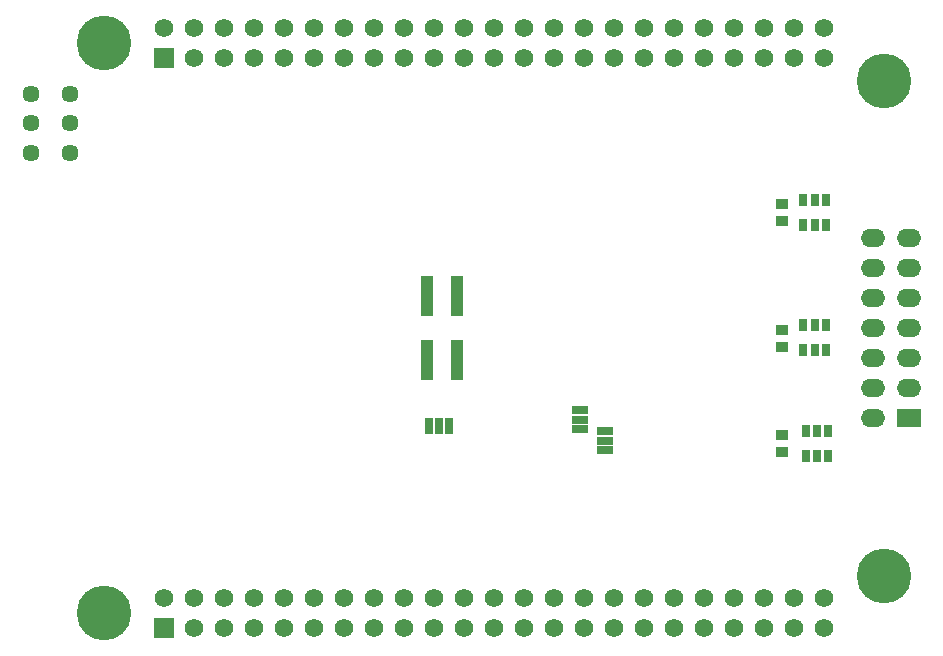
<source format=gbs>
G04 (created by PCBNEW (2013-05-31 BZR 4019)-stable) date 6/26/2014 3:48:14 PM*
%MOIN*%
G04 Gerber Fmt 3.4, Leading zero omitted, Abs format*
%FSLAX34Y34*%
G01*
G70*
G90*
G04 APERTURE LIST*
%ADD10C,0.00590551*%
%ADD11R,0.052X0.027*%
%ADD12O,0.0807402X0.0610551*%
%ADD13R,0.0807402X0.0610551*%
%ADD14R,0.0421575X0.137827*%
%ADD15R,0.0256X0.0414*%
%ADD16C,0.182*%
%ADD17R,0.067X0.067*%
%ADD18C,0.062*%
%ADD19R,0.0414X0.0374*%
%ADD20R,0.027X0.052*%
%ADD21C,0.057*%
G04 APERTURE END LIST*
G54D10*
G54D11*
X-10100Y-10980D03*
X-10100Y-11300D03*
X-10100Y-11620D03*
G54D12*
X-333Y-5250D03*
X863Y-5250D03*
X863Y-6250D03*
X-333Y-6250D03*
X-333Y-7250D03*
X863Y-7250D03*
X863Y-8250D03*
X-333Y-8250D03*
X-333Y-9250D03*
X863Y-9250D03*
G54D13*
X863Y-11250D03*
G54D12*
X-333Y-11250D03*
X863Y-10250D03*
X-333Y-10250D03*
G54D14*
X-14200Y-9322D03*
X-14200Y-7177D03*
X-15200Y-9322D03*
X-15200Y-7177D03*
G54D15*
X-1900Y-8966D03*
X-2650Y-8966D03*
X-2275Y-8966D03*
X-2650Y-8134D03*
X-1900Y-8134D03*
X-2275Y-8134D03*
X-1825Y-12516D03*
X-2575Y-12516D03*
X-2200Y-12516D03*
X-2575Y-11684D03*
X-1825Y-11684D03*
X-2200Y-11684D03*
X-1900Y-4816D03*
X-2650Y-4816D03*
X-2275Y-4816D03*
X-2650Y-3984D03*
X-1900Y-3984D03*
X-2275Y-3984D03*
G54D16*
X50Y-16500D03*
X-25950Y-17750D03*
X-25950Y1250D03*
X50Y0D03*
G54D17*
X-23950Y-18250D03*
G54D18*
X-23950Y-17250D03*
X-22950Y-18250D03*
X-22950Y-17250D03*
X-21950Y-18250D03*
X-21950Y-17250D03*
X-20950Y-18250D03*
X-20950Y-17250D03*
X-19950Y-18250D03*
X-19950Y-17250D03*
X-18950Y-18250D03*
X-18950Y-17250D03*
X-17950Y-18250D03*
X-17950Y-17250D03*
X-16950Y-18250D03*
X-16950Y-17250D03*
X-15950Y-18250D03*
X-15950Y-17250D03*
X-14950Y-18250D03*
X-14950Y-17250D03*
X-13950Y-18250D03*
X-13950Y-17250D03*
X-12950Y-18250D03*
X-12950Y-17250D03*
X-11950Y-18250D03*
X-11950Y-17250D03*
X-10950Y-18250D03*
X-10950Y-17250D03*
X-9950Y-18250D03*
X-9950Y-17250D03*
X-8950Y-18250D03*
X-8950Y-17250D03*
X-7950Y-18250D03*
X-7950Y-17250D03*
X-6950Y-18250D03*
X-6950Y-17250D03*
X-5950Y-18250D03*
X-5950Y-17250D03*
X-4950Y-18250D03*
X-4950Y-17250D03*
X-3950Y-18250D03*
X-3950Y-17250D03*
X-2950Y-18250D03*
X-2950Y-17250D03*
X-1950Y-18250D03*
X-1950Y-17250D03*
G54D17*
X-23950Y750D03*
G54D18*
X-23950Y1750D03*
X-22950Y750D03*
X-22950Y1750D03*
X-21950Y750D03*
X-21950Y1750D03*
X-20950Y750D03*
X-20950Y1750D03*
X-19950Y750D03*
X-19950Y1750D03*
X-18950Y750D03*
X-18950Y1750D03*
X-17950Y750D03*
X-17950Y1750D03*
X-16950Y750D03*
X-16950Y1750D03*
X-15950Y750D03*
X-15950Y1750D03*
X-14950Y750D03*
X-14950Y1750D03*
X-13950Y750D03*
X-13950Y1750D03*
X-12950Y750D03*
X-12950Y1750D03*
X-11950Y750D03*
X-11950Y1750D03*
X-10950Y750D03*
X-10950Y1750D03*
X-9950Y750D03*
X-9950Y1750D03*
X-8950Y750D03*
X-8950Y1750D03*
X-7950Y750D03*
X-7950Y1750D03*
X-6950Y750D03*
X-6950Y1750D03*
X-5950Y750D03*
X-5950Y1750D03*
X-4950Y750D03*
X-4950Y1750D03*
X-3950Y750D03*
X-3950Y1750D03*
X-2950Y750D03*
X-2950Y1750D03*
X-1950Y750D03*
X-1950Y1750D03*
G54D19*
X-3350Y-11804D03*
X-3350Y-12396D03*
X-3350Y-8304D03*
X-3350Y-8896D03*
X-3350Y-4104D03*
X-3350Y-4696D03*
G54D20*
X-14480Y-11500D03*
X-14800Y-11500D03*
X-15120Y-11500D03*
G54D11*
X-9250Y-12320D03*
X-9250Y-12000D03*
X-9250Y-11680D03*
G54D21*
X-27100Y-440D03*
X-27100Y-1425D03*
X-27100Y-2409D03*
X-28399Y-440D03*
X-28399Y-1425D03*
X-28399Y-2409D03*
M02*

</source>
